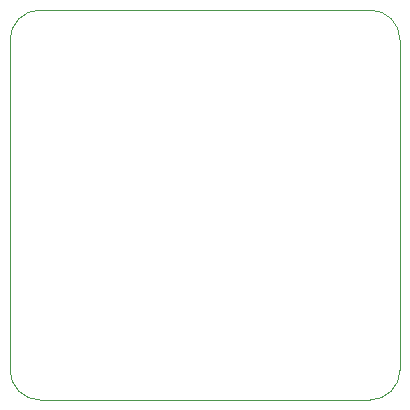
<source format=gbr>
%TF.GenerationSoftware,KiCad,Pcbnew,8.0.5*%
%TF.CreationDate,2024-10-31T22:43:36-05:00*%
%TF.ProjectId,STM_Breakout,53544d5f-4272-4656-916b-6f75742e6b69,rev?*%
%TF.SameCoordinates,Original*%
%TF.FileFunction,Profile,NP*%
%FSLAX46Y46*%
G04 Gerber Fmt 4.6, Leading zero omitted, Abs format (unit mm)*
G04 Created by KiCad (PCBNEW 8.0.5) date 2024-10-31 22:43:36*
%MOMM*%
%LPD*%
G01*
G04 APERTURE LIST*
%TA.AperFunction,Profile*%
%ADD10C,0.050000*%
%TD*%
G04 APERTURE END LIST*
D10*
X99060000Y-76200000D02*
G75*
G02*
X96520000Y-78740000I-2540000J0D01*
G01*
X68580000Y-45720000D02*
X96520000Y-45720000D01*
X68580000Y-78740000D02*
G75*
G02*
X66040000Y-76200000I0J2540000D01*
G01*
X66040000Y-76200000D02*
X66040000Y-48260000D01*
X96520000Y-78740000D02*
X68580000Y-78740000D01*
X66040000Y-48260000D02*
G75*
G02*
X68580000Y-45720000I2540000J0D01*
G01*
X99060000Y-48260000D02*
X99060000Y-76200000D01*
X96520000Y-45720000D02*
G75*
G02*
X99060000Y-48260000I0J-2540000D01*
G01*
M02*

</source>
